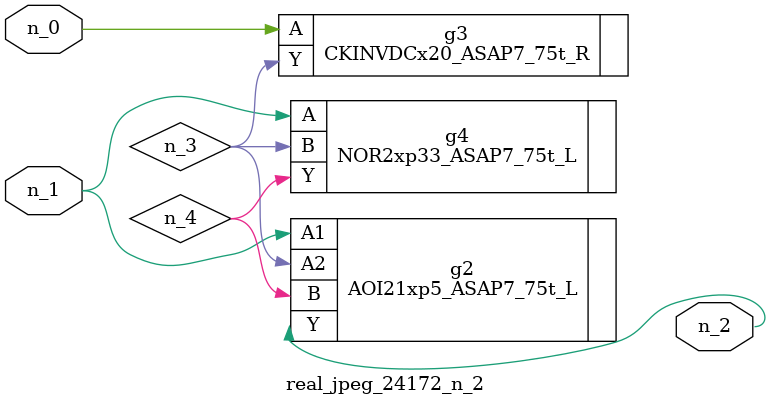
<source format=v>
module real_jpeg_24172_n_2 (n_1, n_0, n_2);

input n_1;
input n_0;

output n_2;

wire n_4;
wire n_3;

CKINVDCx20_ASAP7_75t_R g3 ( 
.A(n_0),
.Y(n_3)
);

AOI21xp5_ASAP7_75t_L g2 ( 
.A1(n_1),
.A2(n_3),
.B(n_4),
.Y(n_2)
);

NOR2xp33_ASAP7_75t_L g4 ( 
.A(n_1),
.B(n_3),
.Y(n_4)
);


endmodule
</source>
